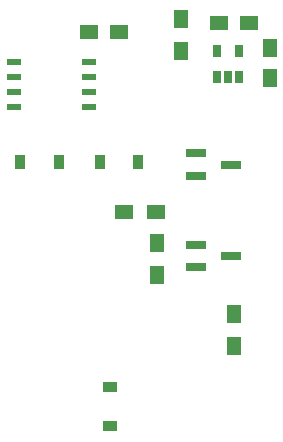
<source format=gbr>
G04 #@! TF.FileFunction,Paste,Top*
%FSLAX46Y46*%
G04 Gerber Fmt 4.6, Leading zero omitted, Abs format (unit mm)*
G04 Created by KiCad (PCBNEW 4.0.2-4+6225~38~ubuntu14.04.1-stable) date Thu 24 Mar 2016 13:26:21 GMT*
%MOMM*%
G01*
G04 APERTURE LIST*
%ADD10C,0.100000*%
%ADD11R,1.800860X0.800100*%
%ADD12R,1.143000X0.508000*%
%ADD13R,1.250000X1.500000*%
%ADD14R,1.500000X1.250000*%
%ADD15R,1.500000X1.300000*%
%ADD16R,1.300000X1.500000*%
%ADD17R,0.910000X1.220000*%
%ADD18R,1.220000X0.910000*%
%ADD19R,0.650000X1.060000*%
G04 APERTURE END LIST*
D10*
D11*
X149748860Y-87800000D03*
X149748860Y-89700000D03*
X152751140Y-88750000D03*
X149748860Y-80050000D03*
X149748860Y-81950000D03*
X152751140Y-81000000D03*
D12*
X140675000Y-72345000D03*
X140675000Y-73615000D03*
X140675000Y-74885000D03*
X140675000Y-76155000D03*
X134325000Y-76155000D03*
X134325000Y-74885000D03*
X134325000Y-73615000D03*
X134325000Y-72345000D03*
D13*
X156000000Y-73650000D03*
X156000000Y-71150000D03*
D14*
X151750000Y-69000000D03*
X154250000Y-69000000D03*
X140750000Y-69750000D03*
X143250000Y-69750000D03*
D15*
X146350000Y-85000000D03*
X143650000Y-85000000D03*
D16*
X153000000Y-96350000D03*
X153000000Y-93650000D03*
X146500000Y-87650000D03*
X146500000Y-90350000D03*
X148500000Y-68650000D03*
X148500000Y-71350000D03*
D17*
X141615000Y-80750000D03*
X144885000Y-80750000D03*
X138135000Y-80750000D03*
X134865000Y-80750000D03*
D18*
X142500000Y-99865000D03*
X142500000Y-103135000D03*
D19*
X151550000Y-73600000D03*
X152500000Y-73600000D03*
X153450000Y-73600000D03*
X153450000Y-71400000D03*
X151550000Y-71400000D03*
M02*

</source>
